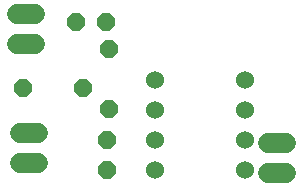
<source format=gbr>
G04 EAGLE Gerber RS-274X export*
G75*
%MOMM*%
%FSLAX34Y34*%
%LPD*%
%INSoldermask Bottom*%
%IPPOS*%
%AMOC8*
5,1,8,0,0,1.08239X$1,22.5*%
G01*
%ADD10P,1.649562X8X202.500000*%
%ADD11P,1.649562X8X292.500000*%
%ADD12C,1.727200*%
%ADD13P,1.649562X8X112.500000*%
%ADD14C,1.524000*%


D10*
X105300Y157200D03*
X79900Y157200D03*
D11*
X106600Y57400D03*
X106600Y32000D03*
D12*
X45720Y163600D02*
X30480Y163600D01*
X30480Y138200D02*
X45720Y138200D01*
X242980Y54200D02*
X258220Y54200D01*
X258220Y28800D02*
X242980Y28800D01*
D13*
X108400Y83400D03*
X108400Y134200D03*
D10*
X86100Y101200D03*
X35300Y101200D03*
D12*
X32380Y62700D02*
X47620Y62700D01*
X47620Y37300D02*
X32380Y37300D01*
D14*
X223100Y31900D03*
X223100Y57300D03*
X146900Y57300D03*
X146900Y31900D03*
X223100Y82700D03*
X223100Y108100D03*
X146900Y82700D03*
X146900Y108100D03*
M02*

</source>
